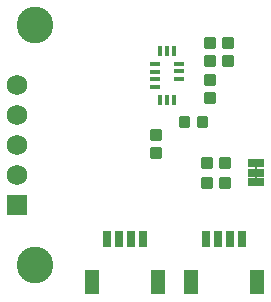
<source format=gbr>
G04 EAGLE Gerber RS-274X export*
G75*
%MOMM*%
%FSLAX34Y34*%
%LPD*%
%INSoldermask Top*%
%IPPOS*%
%AMOC8*
5,1,8,0,0,1.08239X$1,22.5*%
G01*
%ADD10C,3.101600*%
%ADD11R,0.701600X1.451600*%
%ADD12R,1.301600X2.101600*%
%ADD13R,1.371600X0.736600*%
%ADD14C,0.203200*%
%ADD15C,0.326897*%
%ADD16R,0.451600X0.901600*%
%ADD17R,0.901600X0.451600*%
%ADD18R,1.752600X1.752600*%
%ADD19C,1.752600*%


D10*
X30000Y30000D03*
X30000Y233200D03*
D11*
X91680Y52000D03*
X101680Y52000D03*
X111680Y52000D03*
X121680Y52000D03*
D12*
X134680Y15250D03*
X78680Y15250D03*
D11*
X175246Y52000D03*
X185246Y52000D03*
X195246Y52000D03*
X205246Y52000D03*
D12*
X218246Y15250D03*
X162246Y15250D03*
D13*
X217424Y116078D03*
X217424Y107950D03*
X217424Y99822D03*
D14*
X217424Y99060D02*
X217424Y116586D01*
D15*
X179341Y95995D02*
X172703Y95995D01*
X172703Y102633D01*
X179341Y102633D01*
X179341Y95995D01*
X179341Y99101D02*
X172703Y99101D01*
X172703Y102207D02*
X179341Y102207D01*
X187943Y95995D02*
X194581Y95995D01*
X187943Y95995D02*
X187943Y102633D01*
X194581Y102633D01*
X194581Y95995D01*
X194581Y99101D02*
X187943Y99101D01*
X187943Y102207D02*
X194581Y102207D01*
X179341Y112759D02*
X172703Y112759D01*
X172703Y119397D01*
X179341Y119397D01*
X179341Y112759D01*
X179341Y115865D02*
X172703Y115865D01*
X172703Y118971D02*
X179341Y118971D01*
X187943Y112759D02*
X194581Y112759D01*
X187943Y112759D02*
X187943Y119397D01*
X194581Y119397D01*
X194581Y112759D01*
X194581Y115865D02*
X187943Y115865D01*
X187943Y118971D02*
X194581Y118971D01*
D16*
X148340Y169554D03*
X142240Y169554D03*
X136140Y169554D03*
D17*
X132040Y180924D03*
X132040Y187274D03*
X132040Y193624D03*
X132040Y199974D03*
D16*
X136140Y211354D03*
X142240Y211354D03*
X148340Y211354D03*
D17*
X152440Y200279D03*
X152440Y193929D03*
X152440Y187579D03*
D15*
X190483Y214359D02*
X190483Y220997D01*
X197121Y220997D01*
X197121Y214359D01*
X190483Y214359D01*
X190483Y217465D02*
X197121Y217465D01*
X197121Y220571D02*
X190483Y220571D01*
X190483Y205757D02*
X190483Y199119D01*
X190483Y205757D02*
X197121Y205757D01*
X197121Y199119D01*
X190483Y199119D01*
X190483Y202225D02*
X197121Y202225D01*
X197121Y205331D02*
X190483Y205331D01*
X175497Y214359D02*
X175497Y220997D01*
X182135Y220997D01*
X182135Y214359D01*
X175497Y214359D01*
X175497Y217465D02*
X182135Y217465D01*
X182135Y220571D02*
X175497Y220571D01*
X175497Y205757D02*
X175497Y199119D01*
X175497Y205757D02*
X182135Y205757D01*
X182135Y199119D01*
X175497Y199119D01*
X175497Y202225D02*
X182135Y202225D01*
X182135Y205331D02*
X175497Y205331D01*
X182135Y175023D02*
X182135Y168385D01*
X175497Y168385D01*
X175497Y175023D01*
X182135Y175023D01*
X182135Y171491D02*
X175497Y171491D01*
X175497Y174597D02*
X182135Y174597D01*
X182135Y183625D02*
X182135Y190263D01*
X182135Y183625D02*
X175497Y183625D01*
X175497Y190263D01*
X182135Y190263D01*
X182135Y186731D02*
X175497Y186731D01*
X175497Y189837D02*
X182135Y189837D01*
X129777Y143527D02*
X129777Y136889D01*
X129777Y143527D02*
X136415Y143527D01*
X136415Y136889D01*
X129777Y136889D01*
X129777Y139995D02*
X136415Y139995D01*
X136415Y143101D02*
X129777Y143101D01*
X129777Y128287D02*
X129777Y121649D01*
X129777Y128287D02*
X136415Y128287D01*
X136415Y121649D01*
X129777Y121649D01*
X129777Y124755D02*
X136415Y124755D01*
X136415Y127861D02*
X129777Y127861D01*
D18*
X15000Y80800D03*
D19*
X15000Y106200D03*
X15000Y131600D03*
X15000Y157000D03*
X15000Y182400D03*
D15*
X153653Y147811D02*
X160291Y147811D01*
X153653Y147811D02*
X153653Y154449D01*
X160291Y154449D01*
X160291Y147811D01*
X160291Y150917D02*
X153653Y150917D01*
X153653Y154023D02*
X160291Y154023D01*
X168893Y147811D02*
X175531Y147811D01*
X168893Y147811D02*
X168893Y154449D01*
X175531Y154449D01*
X175531Y147811D01*
X175531Y150917D02*
X168893Y150917D01*
X168893Y154023D02*
X175531Y154023D01*
M02*

</source>
